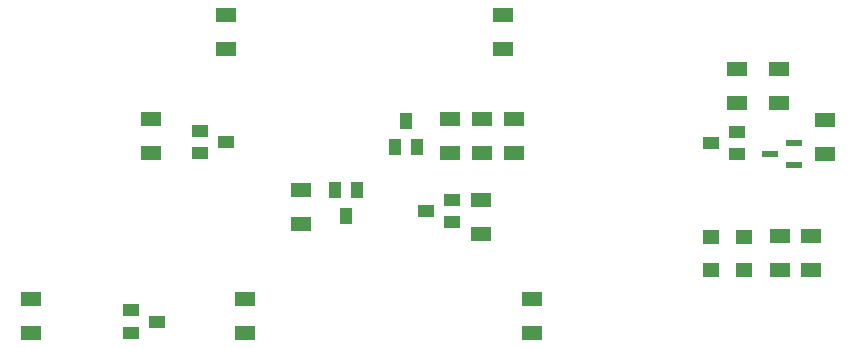
<source format=gbr>
%TF.GenerationSoftware,Altium Limited,Altium Designer,23.6.0 (18)*%
G04 Layer_Color=128*
%FSLAX45Y45*%
%MOMM*%
%TF.SameCoordinates,8109348C-C8A1-492E-8D21-29312D9C8BDA*%
%TF.FilePolarity,Positive*%
%TF.FileFunction,Paste,Bot*%
%TF.Part,Single*%
G01*
G75*
%TA.AperFunction,SMDPad,CuDef*%
%ADD40R,1.80000X1.15000*%
%ADD41R,1.40000X1.20000*%
%ADD42R,1.32080X0.55880*%
%ADD43R,1.40000X1.00000*%
%ADD44R,1.00000X1.40000*%
D40*
X7004994Y2255004D02*
D03*
Y2545004D02*
D03*
X6617500Y2684987D02*
D03*
Y2974987D02*
D03*
X6260006Y2977487D02*
D03*
Y2687487D02*
D03*
X4280018Y3140000D02*
D03*
Y3430000D02*
D03*
X4527520Y1030000D02*
D03*
Y740000D02*
D03*
X2565001Y1952499D02*
D03*
Y1662499D02*
D03*
X282500Y740001D02*
D03*
Y1030000D02*
D03*
X1295000Y2260000D02*
D03*
Y2550000D02*
D03*
X6624597Y1560000D02*
D03*
Y1270000D02*
D03*
X3830000Y2260000D02*
D03*
Y2550000D02*
D03*
X2095000Y740000D02*
D03*
Y1030000D02*
D03*
X1934997Y3430000D02*
D03*
Y3140000D02*
D03*
X6884989Y1270000D02*
D03*
Y1560000D02*
D03*
X4101252Y2550000D02*
D03*
Y2260000D02*
D03*
X4372503Y2550000D02*
D03*
X4372504Y2260000D02*
D03*
X4089998Y1577496D02*
D03*
X4089998Y1867496D02*
D03*
D41*
X6317497Y1269999D02*
D03*
Y1554999D02*
D03*
X6037501Y1269997D02*
D03*
Y1554998D02*
D03*
D42*
X6739100Y2349996D02*
D03*
Y2159996D02*
D03*
X6535900Y2254996D02*
D03*
D43*
X6039999Y2349991D02*
D03*
X6259999Y2444991D02*
D03*
X1712502Y2261500D02*
D03*
X1932502Y2356500D02*
D03*
X3850000Y1868496D02*
D03*
X3630000Y1773496D02*
D03*
X1125000Y740001D02*
D03*
X1345000Y835001D02*
D03*
X6259999Y2254991D02*
D03*
X1712502Y2451500D02*
D03*
X3850000Y1678496D02*
D03*
X1125000Y930001D02*
D03*
D44*
X2855000Y1950000D02*
D03*
X3550000Y2316500D02*
D03*
X3455000Y2536500D02*
D03*
X2950000Y1730000D02*
D03*
X3045000Y1950000D02*
D03*
X3360000Y2316500D02*
D03*
%TF.MD5,0e2bae6acb9989a7bf326961bf956337*%
M02*

</source>
